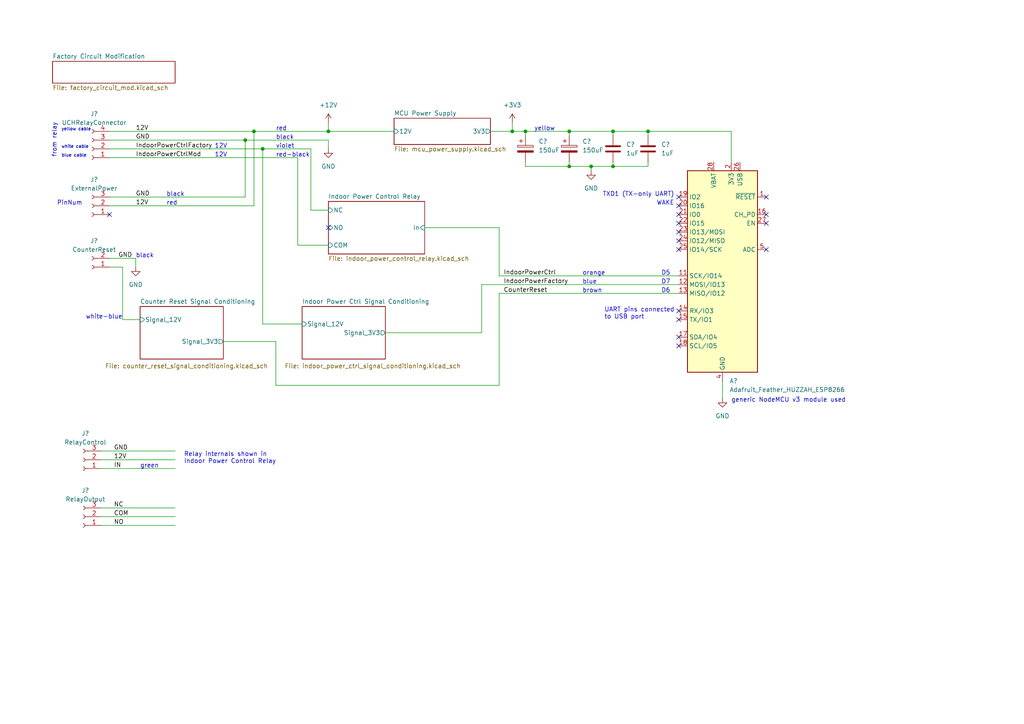
<source format=kicad_sch>
(kicad_sch (version 20211123) (generator eeschema)
  (paper "A4")
  (lib_symbols
    (symbol "Connector:Conn_01x02_Female" (pin_names (offset 1.016) hide)
      (property "Reference" "J" (at 0 2.54 0))
      (property "Value" "Conn_01x02_Female" (at 0 -5.08 0))
      (symbol "Conn_01x02_Female_1_1"
        (arc (start 0 -2.032) (mid -0.508 -2.54) (end 0 -3.048) (stroke (width 0.1524)))
        (polyline (pts (xy -1.27 -2.54) (xy -0.508 -2.54)) (stroke (width 0.1524)))
        (polyline (pts (xy -1.27 0) (xy -0.508 0)) (stroke (width 0.1524)))
        (arc (start 0 0.508) (mid -0.508 0) (end 0 -0.508) (stroke (width 0.1524)))
        (pin passive line (at -5.08 0 0) (length 3.81) (name "Pin_1") (number "1"))
        (pin passive line (at -5.08 -2.54 0) (length 3.81) (name "Pin_2") (number "2"))
      )
    )
    (symbol "Connector:Conn_01x03_Female" (pin_names (offset 1.016) hide)
      (property "Reference" "J" (at 0 5.08 0))
      (property "Value" "Conn_01x03_Female" (at 0 -5.08 0))
      (symbol "Conn_01x03_Female_1_1"
        (arc (start 0 -2.032) (mid -0.508 -2.54) (end 0 -3.048) (stroke (width 0.1524)))
        (polyline (pts (xy -1.27 -2.54) (xy -0.508 -2.54)) (stroke (width 0.1524)))
        (polyline (pts (xy -1.27 0) (xy -0.508 0)) (stroke (width 0.1524)))
        (polyline (pts (xy -1.27 2.54) (xy -0.508 2.54)) (stroke (width 0.1524)))
        (arc (start 0 0.508) (mid -0.508 0) (end 0 -0.508) (stroke (width 0.1524)))
        (arc (start 0 3.048) (mid -0.508 2.54) (end 0 2.032) (stroke (width 0.1524)))
        (pin passive line (at -5.08 2.54 0) (length 3.81) (name "Pin_1") (number "1"))
        (pin passive line (at -5.08 0 0) (length 3.81) (name "Pin_2") (number "2"))
        (pin passive line (at -5.08 -2.54 0) (length 3.81) (name "Pin_3") (number "3"))
      )
    )
    (symbol "Connector:Conn_01x04_Female" (pin_names (offset 1.016) hide)
      (property "Reference" "J" (at 0 5.08 0))
      (property "Value" "Conn_01x04_Female" (at 0 -7.62 0))
      (symbol "Conn_01x04_Female_1_1"
        (arc (start 0 -4.572) (mid -0.508 -5.08) (end 0 -5.588) (stroke (width 0.1524)))
        (arc (start 0 -2.032) (mid -0.508 -2.54) (end 0 -3.048) (stroke (width 0.1524)))
        (polyline (pts (xy -1.27 -5.08) (xy -0.508 -5.08)) (stroke (width 0.1524)))
        (polyline (pts (xy -1.27 -2.54) (xy -0.508 -2.54)) (stroke (width 0.1524)))
        (polyline (pts (xy -1.27 0) (xy -0.508 0)) (stroke (width 0.1524)))
        (polyline (pts (xy -1.27 2.54) (xy -0.508 2.54)) (stroke (width 0.1524)))
        (arc (start 0 0.508) (mid -0.508 0) (end 0 -0.508) (stroke (width 0.1524)))
        (arc (start 0 3.048) (mid -0.508 2.54) (end 0 2.032) (stroke (width 0.1524)))
        (pin passive line (at -5.08 2.54 0) (length 3.81) (name "Pin_1") (number "1"))
        (pin passive line (at -5.08 0 0) (length 3.81) (name "Pin_2") (number "2"))
        (pin passive line (at -5.08 -2.54 0) (length 3.81) (name "Pin_3") (number "3"))
        (pin passive line (at -5.08 -5.08 0) (length 3.81) (name "Pin_4") (number "4"))
      )
    )
    (symbol "Device:C" (pin_numbers hide) (pin_names (offset 0.254))
      (property "Reference" "C" (at 0.635 2.54 0))
      (property "Value" "C" (at 0.635 -2.54 0))
      (symbol "C_0_1"
        (polyline (pts (xy -2.032 -0.762) (xy 2.032 -0.762)) (stroke (width 0.508)))
        (polyline (pts (xy -2.032 0.762) (xy 2.032 0.762)) (stroke (width 0.508)))
      )
      (symbol "C_1_1"
        (pin passive line (at 0 3.81 270) (length 2.794) (name "~") (number "1"))
        (pin passive line (at 0 -3.81 90) (length 2.794) (name "~") (number "2"))
      )
    )
    (symbol "Device:C_Polarized" (pin_numbers hide) (pin_names (offset 0.254))
      (property "Reference" "C" (at 0.635 2.54 0))
      (property "Value" "C_Polarized" (at 0.635 -2.54 0))
      (symbol "C_Polarized_0_1"
        (rectangle (start -2.286 0.508) (end 2.286 1.016))
        (polyline (pts (xy -1.778 2.286) (xy -0.762 2.286)))
        (polyline (pts (xy -1.27 2.794) (xy -1.27 1.778)))
        (rectangle (start 2.286 -0.508) (end -2.286 -1.016) (fill (type outline)))
      )
      (symbol "C_Polarized_1_1"
        (pin passive line (at 0 3.81 270) (length 2.794) (name "~") (number "1"))
        (pin passive line (at 0 -3.81 90) (length 2.794) (name "~") (number "2"))
      )
    )
    (symbol "Device:D" (pin_numbers hide) (pin_names (offset 1.016) hide)
      (property "Reference" "D" (at 0 2.54 0))
      (property "Value" "D" (at 0 -2.54 0))
      (symbol "D_0_1"
        (polyline (pts (xy -1.27 1.27) (xy -1.27 -1.27)) (stroke (width 0.254)))
        (polyline (pts (xy 1.27 0) (xy -1.27 0)))
        (polyline (pts (xy 1.27 1.27) (xy 1.27 -1.27) (xy -1.27 0) (xy 1.27 1.27)) (stroke (width 0.254)))
      )
      (symbol "D_1_1"
        (pin passive line (at -3.81 0 0) (length 2.54) (name "K") (number "1"))
        (pin passive line (at 3.81 0 180) (length 2.54) (name "A") (number "2"))
      )
    )
    (symbol "Device:R" (pin_numbers hide) (pin_names (offset 0))
      (property "Reference" "R" (at 2.032 0 90))
      (property "Value" "R" (at 0 0 90))
      (symbol "R_0_1"
        (rectangle (start -1.016 -2.54) (end 1.016 2.54) (stroke (width 0.254)))
      )
      (symbol "R_1_1"
        (pin passive line (at 0 3.81 270) (length 1.27) (name "~") (number "1"))
        (pin passive line (at 0 -3.81 90) (length 1.27) (name "~") (number "2"))
      )
    )
    (symbol "Isolator:SFH617A-1" (pin_names (offset 1.016))
      (property "Reference" "U" (at -5.08 5.08 0))
      (property "Value" "SFH617A-1" (at 0 5.08 0))
      (symbol "SFH617A-1_0_1"
        (rectangle (start -5.08 3.81) (end 5.08 -3.81) (stroke (width 0.254)) (fill (type background)))
        (polyline (pts (xy -3.175 -0.635) (xy -1.905 -0.635)) (stroke (width 0.254)))
        (polyline (pts (xy 2.54 0.635) (xy 4.445 2.54)))
        (polyline (pts (xy 4.445 -2.54) (xy 2.54 -0.635)) (fill (type outline)))
        (polyline (pts (xy 4.445 -2.54) (xy 5.08 -2.54)))
        (polyline (pts (xy 4.445 2.54) (xy 5.08 2.54)))
        (polyline (pts (xy -2.54 -0.635) (xy -2.54 -2.54) (xy -5.08 -2.54)))
        (polyline (pts (xy 2.54 1.905) (xy 2.54 -1.905) (xy 2.54 -1.905)) (stroke (width 0.508)))
        (polyline (pts (xy -5.08 2.54) (xy -2.54 2.54) (xy -2.54 -1.27) (xy -2.54 0.635)))
        (polyline (pts (xy -2.54 -0.635) (xy -3.175 0.635) (xy -1.905 0.635) (xy -2.54 -0.635)) (stroke (width 0.254)))
        (polyline (pts (xy -0.508 -0.508) (xy 0.762 -0.508) (xy 0.381 -0.635) (xy 0.381 -0.381) (xy 0.762 -0.508)))
        (polyline (pts (xy -0.508 0.508) (xy 0.762 0.508) (xy 0.381 0.381) (xy 0.381 0.635) (xy 0.762 0.508)))
        (polyline (pts (xy 3.048 -1.651) (xy 3.556 -1.143) (xy 4.064 -2.159) (xy 3.048 -1.651) (xy 3.048 -1.651)) (fill (type outline)))
      )
      (symbol "SFH617A-1_1_1"
        (pin passive line (at -7.62 2.54 0) (length 2.54) (name "~") (number "1"))
        (pin passive line (at -7.62 -2.54 0) (length 2.54) (name "~") (number "2"))
        (pin passive line (at 7.62 -2.54 180) (length 2.54) (name "~") (number "3"))
        (pin passive line (at 7.62 2.54 180) (length 2.54) (name "~") (number "4"))
      )
    )
    (symbol "MCU_Module:Adafruit_Feather_HUZZAH_ESP8266"
      (property "Reference" "A" (at -10.16 29.21 0))
      (property "Value" "Adafruit_Feather_HUZZAH_ESP8266" (at 2.54 -31.75 0))
      (symbol "Adafruit_Feather_HUZZAH_ESP8266_0_1"
        (rectangle (start -10.16 27.94) (end 10.16 -30.48) (stroke (width 0.254)) (fill (type background)))
      )
      (symbol "Adafruit_Feather_HUZZAH_ESP8266_1_1"
        (pin input line (at 12.7 20.32 180) (length 2.54) (name "~{RESET}") (number "1"))
        (pin no_connect line (at 10.16 -7.62 180) (length 2.54) hide (name "NC") (number "10"))
        (pin bidirectional line (at -12.7 -2.54 0) (length 2.54) (name "SCK/IO14") (number "11"))
        (pin bidirectional line (at -12.7 -5.08 0) (length 2.54) (name "MOSI/IO13") (number "12"))
        (pin bidirectional line (at -12.7 -7.62 0) (length 2.54) (name "MISO/IO12") (number "13"))
        (pin bidirectional line (at -12.7 -12.7 0) (length 2.54) (name "RX/IO3") (number "14"))
        (pin bidirectional line (at -12.7 -15.24 0) (length 2.54) (name "TX/IO1") (number "15"))
        (pin bidirectional line (at 12.7 15.24 180) (length 2.54) (name "CH_PD") (number "16"))
        (pin bidirectional line (at -12.7 -20.32 0) (length 2.54) (name "SDA/IO4") (number "17"))
        (pin bidirectional line (at -12.7 -22.86 0) (length 2.54) (name "SCL/IO5") (number "18"))
        (pin bidirectional line (at -12.7 20.32 0) (length 2.54) (name "IO2") (number "19"))
        (pin power_in line (at 2.54 30.48 270) (length 2.54) (name "3V3") (number "2"))
        (pin bidirectional line (at -12.7 17.78 0) (length 2.54) (name "IO16") (number "20"))
        (pin bidirectional line (at -12.7 15.24 0) (length 2.54) (name "IO0") (number "21"))
        (pin bidirectional line (at -12.7 12.7 0) (length 2.54) (name "IO15") (number "22"))
        (pin bidirectional line (at -12.7 10.16 0) (length 2.54) (name "IO13/MOSI") (number "23"))
        (pin bidirectional line (at -12.7 7.62 0) (length 2.54) (name "IO12/MISO") (number "24"))
        (pin bidirectional line (at -12.7 5.08 0) (length 2.54) (name "IO14/SCK") (number "25"))
        (pin power_in line (at 5.08 30.48 270) (length 2.54) (name "USB") (number "26"))
        (pin input line (at 12.7 12.7 180) (length 2.54) (name "EN") (number "27"))
        (pin power_in line (at -2.54 30.48 270) (length 2.54) (name "VBAT") (number "28"))
        (pin no_connect line (at 10.16 10.16 180) (length 2.54) hide (name "NC") (number "3"))
        (pin power_in line (at 0 -33.02 90) (length 2.54) (name "GND") (number "4"))
        (pin bidirectional line (at 12.7 5.08 180) (length 2.54) (name "ADC") (number "5"))
        (pin no_connect line (at 10.16 2.54 180) (length 2.54) hide (name "NC") (number "6"))
        (pin no_connect line (at 10.16 0 180) (length 2.54) hide (name "NC") (number "7"))
        (pin no_connect line (at 10.16 -2.54 180) (length 2.54) hide (name "NC") (number "8"))
        (pin no_connect line (at 10.16 -5.08 180) (length 2.54) hide (name "NC") (number "9"))
      )
    )
    (symbol "Relay:DIPxx-1Axx-11x"
      (property "Reference" "K" (at 8.89 3.81 0))
      (property "Value" "DIPxx-1Axx-11x" (at 8.89 1.27 0))
      (symbol "DIPxx-1Axx-11x_0_0"
        (polyline (pts (xy 5.08 5.08) (xy 5.08 2.54) (xy 4.445 3.175) (xy 5.08 3.81)))
      )
      (symbol "DIPxx-1Axx-11x_0_1"
        (rectangle (start -10.16 5.08) (end 7.62 -5.08) (stroke (width 0.254)) (fill (type background)))
        (rectangle (start -8.255 1.905) (end -1.905 -1.905) (stroke (width 0.254)))
        (polyline (pts (xy -7.62 -1.905) (xy -2.54 1.905)) (stroke (width 0.254)))
        (polyline (pts (xy -5.08 -5.08) (xy -5.08 -1.905)))
        (polyline (pts (xy -5.08 5.08) (xy -5.08 1.905)))
        (polyline (pts (xy -1.905 0) (xy -1.27 0)) (stroke (width 0.254)))
        (polyline (pts (xy -0.635 0) (xy 0 0)) (stroke (width 0.254)))
        (polyline (pts (xy 0.635 0) (xy 1.27 0)) (stroke (width 0.254)))
        (polyline (pts (xy 1.905 0) (xy 2.54 0)) (stroke (width 0.254)))
        (polyline (pts (xy 3.175 0) (xy 3.81 0)) (stroke (width 0.254)))
        (polyline (pts (xy 5.08 -2.54) (xy 3.175 3.81)) (stroke (width 0.508)))
        (polyline (pts (xy 5.08 -2.54) (xy 5.08 -5.08)))
      )
      (symbol "DIPxx-1Axx-11x_1_1"
        (pin passive line (at 5.08 -7.62 90) (length 2.54) (name "~") (number "1"))
        (pin passive line (at 5.08 -7.62 90) (length 2.54) hide (name "~") (number "14"))
        (pin passive line (at -5.08 -7.62 90) (length 2.54) (name "~") (number "2"))
        (pin passive line (at -5.08 7.62 270) (length 2.54) (name "~") (number "6"))
        (pin passive line (at 5.08 7.62 270) (length 2.54) (name "~") (number "7"))
        (pin passive line (at 5.08 7.62 270) (length 2.54) hide (name "~") (number "8"))
      )
    )
    (symbol "Relay:FINDER-40.41"
      (property "Reference" "K" (at 11.43 3.81 0))
      (property "Value" "FINDER-40.41" (at 11.43 1.27 0))
      (symbol "FINDER-40.41_0_0"
        (polyline (pts (xy 7.62 5.08) (xy 7.62 2.54) (xy 6.985 3.175) (xy 7.62 3.81)))
      )
      (symbol "FINDER-40.41_0_1"
        (rectangle (start -10.16 5.08) (end 10.16 -5.08) (stroke (width 0.254)) (fill (type background)))
        (rectangle (start -8.255 1.905) (end -1.905 -1.905) (stroke (width 0.254)))
        (polyline (pts (xy -7.62 -1.905) (xy -2.54 1.905)) (stroke (width 0.254)))
        (polyline (pts (xy -5.08 -5.08) (xy -5.08 -1.905)))
        (polyline (pts (xy -5.08 5.08) (xy -5.08 1.905)))
        (polyline (pts (xy -1.905 0) (xy -1.27 0)) (stroke (width 0.254)))
        (polyline (pts (xy -0.635 0) (xy 0 0)) (stroke (width 0.254)))
        (polyline (pts (xy 0.635 0) (xy 1.27 0)) (stroke (width 0.254)))
        (polyline (pts (xy 1.905 0) (xy 2.54 0)) (stroke (width 0.254)))
        (polyline (pts (xy 3.175 0) (xy 3.81 0)) (stroke (width 0.254)))
        (polyline (pts (xy 5.08 -2.54) (xy 3.175 3.81)) (stroke (width 0.508)))
        (polyline (pts (xy 5.08 -2.54) (xy 5.08 -5.08)))
        (polyline (pts (xy 2.54 5.08) (xy 2.54 2.54) (xy 3.175 3.175) (xy 2.54 3.81)) (fill (type outline)))
      )
      (symbol "FINDER-40.41_1_1"
        (pin passive line (at 5.08 -7.62 90) (length 2.54) (name "~") (number "11"))
        (pin passive line (at 2.54 7.62 270) (length 2.54) (name "~") (number "12"))
        (pin passive line (at 7.62 7.62 270) (length 2.54) (name "~") (number "14"))
        (pin passive line (at -5.08 7.62 270) (length 2.54) (name "~") (number "A1"))
        (pin passive line (at -5.08 -7.62 90) (length 2.54) (name "~") (number "A2"))
      )
    )
    (symbol "power:+12V" (power) (pin_names (offset 0))
      (property "Value" "+12V" (at 0 3.556 0))
      (symbol "+12V_0_1"
        (polyline (pts (xy -0.762 1.27) (xy 0 2.54)))
        (polyline (pts (xy 0 0) (xy 0 2.54)))
        (polyline (pts (xy 0 2.54) (xy 0.762 1.27)))
      )
      (symbol "+12V_1_1"
        (pin power_in line (at 0 0 90) (length 0) hide (name "+12V") (number "1"))
      )
    )
    (symbol "power:+3V3" (power) (pin_names (offset 0))
      (property "Value" "+3V3" (at 0 3.556 0))
      (symbol "+3V3_0_1"
        (polyline (pts (xy -0.762 1.27) (xy 0 2.54)))
        (polyline (pts (xy 0 0) (xy 0 2.54)))
        (polyline (pts (xy 0 2.54) (xy 0.762 1.27)))
      )
      (symbol "+3V3_1_1"
        (pin power_in line (at 0 0 90) (length 0) hide (name "+3V3") (number "1"))
      )
    )
    (symbol "power:GND" (power) (pin_names (offset 0))
      (property "Value" "GND" (at 0 -3.81 0))
      (symbol "GND_0_1"
        (polyline (pts (xy 0 0) (xy 0 -1.27) (xy 1.27 -1.27) (xy 0 -2.54) (xy -1.27 -1.27) (xy 0 -1.27)))
      )
      (symbol "GND_1_1"
        (pin power_in line (at 0 0 270) (length 0) hide (name "GND") (number "1"))
      )
    )
    (symbol "uch-rescue:Arduino_Leonardo-MCU_Module" (pin_names (offset 1.016))
      (property "Reference" "A" (at -5.08 26.67 0))
      (property "Value" "Arduino_Leonardo-MCU_Module" (at -5.08 24.13 0))
      (symbol "Arduino_Leonardo-MCU_Module_0_1"
        (rectangle (start -10.16 22.86) (end 10.16 -25.4) (stroke (width 0.254)) (fill (type background)))
      )
      (symbol "Arduino_Leonardo-MCU_Module_1_1"
        (pin no_connect line (at -12.7 -20.32 0) (length 2.54) hide (name "NC") (number "1"))
        (pin bidirectional line (at 12.7 -2.54 180) (length 2.54) (name "A1") (number "10"))
        (pin bidirectional line (at 12.7 -5.08 180) (length 2.54) (name "A2") (number "11"))
        (pin bidirectional line (at 12.7 -7.62 180) (length 2.54) (name "A3") (number "12"))
        (pin bidirectional line (at 12.7 -10.16 180) (length 2.54) (name "A4") (number "13"))
        (pin bidirectional line (at 12.7 -12.7 180) (length 2.54) (name "A5") (number "14"))
        (pin bidirectional line (at -12.7 15.24 0) (length 2.54) (name "D0/RX") (number "15"))
        (pin bidirectional line (at -12.7 12.7 0) (length 2.54) (name "D1/TX") (number "16"))
        (pin bidirectional line (at -12.7 10.16 0) (length 2.54) (name "D2/SDA") (number "17"))
        (pin bidirectional line (at -12.7 7.62 0) (length 2.54) (name "D3/SCL") (number "18"))
        (pin bidirectional line (at -12.7 5.08 0) (length 2.54) (name "D4") (number "19"))
        (pin output line (at 12.7 10.16 180) (length 2.54) (name "IOREF") (number "2"))
        (pin bidirectional line (at -12.7 2.54 0) (length 2.54) (name "D5") (number "20"))
        (pin bidirectional line (at -12.7 0 0) (length 2.54) (name "D6") (number "21"))
        (pin bidirectional line (at -12.7 -2.54 0) (length 2.54) (name "D7") (number "22"))
        (pin bidirectional line (at -12.7 -5.08 0) (length 2.54) (name "D8") (number "23"))
        (pin bidirectional line (at -12.7 -7.62 0) (length 2.54) (name "D9") (number "24"))
        (pin bidirectional line (at -12.7 -10.16 0) (length 2.54) (name "D10") (number "25"))
        (pin bidirectional line (at -12.7 -12.7 0) (length 2.54) (name "D11") (number "26"))
        (pin bidirectional line (at -12.7 -15.24 0) (length 2.54) (name "D12") (number "27"))
        (pin bidirectional line (at -12.7 -17.78 0) (length 2.54) (name "D13") (number "28"))
        (pin power_in line (at -2.54 -27.94 90) (length 2.54) (name "GND") (number "29"))
        (pin input line (at 12.7 15.24 180) (length 2.54) (name "RESET") (number "3"))
        (pin input line (at 12.7 5.08 180) (length 2.54) (name "AREF") (number "30"))
        (pin bidirectional line (at 12.7 -17.78 180) (length 2.54) (name "SDA") (number "31"))
        (pin bidirectional line (at 12.7 -20.32 180) (length 2.54) (name "SCL") (number "32"))
        (pin power_out line (at 2.54 25.4 270) (length 2.54) (name "3V3") (number "4"))
        (pin power_out line (at 5.08 25.4 270) (length 2.54) (name "+5V") (number "5"))
        (pin power_in line (at 0 -27.94 90) (length 2.54) (name "GND") (number "6"))
        (pin power_in line (at 2.54 -27.94 90) (length 2.54) (name "GND") (number "7"))
        (pin power_in line (at -2.54 25.4 270) (length 2.54) (name "VIN") (number "8"))
        (pin bidirectional line (at 12.7 0 180) (length 2.54) (name "A0") (number "9"))
      )
    )
  )
  (junction (at 95.25 38.1))
  (junction (at -116.84 93.98))
  (junction (at 187.96 38.1))
  (junction (at 165.1 38.1))
  (junction (at 73.66 38.1))
  (junction (at 76.2 43.18))
  (junction (at 177.8 48.26))
  (junction (at 171.45 48.26))
  (junction (at -78.74 158.75))
  (junction (at 148.59 38.1))
  (junction (at -106.68 102.87))
  (junction (at -153.67 158.75))
  (junction (at -153.67 102.87))
  (junction (at -74.93 158.75))
  (junction (at -116.84 158.75))
  (junction (at 71.12 40.64))
  (junction (at -153.67 123.19))
  (junction (at 177.8 38.1))
  (junction (at 152.4 38.1))
  (junction (at 165.1 48.26))
  (junction (at -78.74 121.92))
  (junction (at -106.68 85.09))
  (no_connect (at 196.85 64.77))
  (no_connect (at 222.25 62.23))
  (no_connect (at 222.25 72.39))
  (no_connect (at 222.25 57.15))
  (no_connect (at 196.85 69.85))
  (no_connect (at 196.85 57.15))
  (no_connect (at -146.05 105.41))
  (no_connect (at 196.85 62.23))
  (no_connect (at 196.85 59.69))
  (no_connect (at 31.75 62.23))
  (no_connect (at 196.85 90.17))
  (no_connect (at 196.85 92.71))
  (no_connect (at 196.85 97.79))
  (no_connect (at 95.25 66.04))
  (no_connect (at 196.85 100.33))
  (no_connect (at 196.85 67.31))
  (no_connect (at 222.25 64.77))
  (no_connect (at 196.85 72.39))
  (wire (pts (xy -143.51 124.46) (xy -128.27 124.46)))
  (wire (pts (xy -74.93 158.75) (xy -24.13 158.75)))
  (wire (pts (xy 31.75 40.64) (xy 71.12 40.64)))
  (wire (pts (xy 31.75 74.93) (xy 39.37 74.93)))
  (wire (pts (xy -78.74 158.75) (xy -74.93 158.75)))
  (wire (pts (xy 165.1 38.1) (xy 177.8 38.1)))
  (wire (pts (xy 152.4 38.1) (xy 165.1 38.1)))
  (wire (pts (xy -119.38 90.17) (xy -116.84 90.17)))
  (wire (pts (xy 31.75 38.1) (xy 73.66 38.1)))
  (wire (pts (xy -106.68 120.65) (xy -106.68 123.19)))
  (wire (pts (xy 29.21 133.35) (xy 50.8 133.35)))
  (wire (pts (xy 111.76 96.52) (xy 139.7 96.52)))
  (wire (pts (xy 144.78 111.76) (xy 144.78 85.09)))
  (wire (pts (xy -106.68 123.19) (xy -105.41 123.19)))
  (wire (pts (xy 76.2 43.18) (xy 76.2 93.98)))
  (wire (pts (xy 31.75 43.18) (xy 76.2 43.18)))
  (wire (pts (xy -153.67 120.65) (xy -153.67 123.19)))
  (wire (pts (xy -106.68 85.09) (xy -153.67 85.09)))
  (wire (pts (xy -153.67 135.89) (xy -153.67 158.75)))
  (wire (pts (xy 64.77 99.06) (xy 80.01 99.06)))
  (wire (pts (xy 29.21 135.89) (xy 50.8 135.89)))
  (wire (pts (xy 171.45 48.26) (xy 165.1 48.26)))
  (wire (pts (xy 35.56 92.71) (xy 40.64 92.71)))
  (wire (pts (xy 87.63 93.98) (xy 76.2 93.98)))
  (wire (pts (xy -153.67 123.19) (xy -163.83 123.19)))
  (wire (pts (xy 144.78 85.09) (xy 196.85 85.09)))
  (wire (pts (xy 123.19 66.04) (xy 144.78 66.04)))
  (wire (pts (xy 39.37 74.93) (xy 39.37 77.47)))
  (wire (pts (xy -182.88 158.75) (xy -153.67 158.75)))
  (wire (pts (xy 71.12 40.64) (xy 71.12 57.15)))
  (wire (pts (xy 187.96 48.26) (xy 187.96 46.99)))
  (wire (pts (xy -78.74 132.08) (xy -78.74 158.75)))
  (wire (pts (xy -128.27 102.87) (xy -116.84 102.87)))
  (wire (pts (xy 144.78 80.01) (xy 196.85 80.01)))
  (wire (pts (xy -143.51 120.65) (xy -143.51 124.46)))
  (wire (pts (xy -106.68 102.87) (xy -24.13 102.87)))
  (wire (pts (xy -24.13 158.75) (xy -24.13 156.21)))
  (wire (pts (xy 86.36 45.72) (xy 86.36 71.12)))
  (wire (pts (xy 165.1 46.99) (xy 165.1 48.26)))
  (wire (pts (xy 86.36 71.12) (xy 95.25 71.12)))
  (wire (pts (xy -177.8 135.89) (xy -182.88 135.89)))
  (wire (pts (xy 152.4 38.1) (xy 152.4 39.37)))
  (wire (pts (xy -78.74 121.92) (xy -78.74 124.46)))
  (wire (pts (xy 139.7 82.55) (xy 196.85 82.55)))
  (wire (pts (xy -116.84 93.98) (xy -116.84 90.17)))
  (wire (pts (xy 73.66 38.1) (xy 73.66 59.69)))
  (wire (pts (xy 31.75 77.47) (xy 35.56 77.47)))
  (wire (pts (xy -116.84 158.75) (xy -78.74 158.75)))
  (wire (pts (xy 209.55 110.49) (xy 209.55 115.57)))
  (wire (pts (xy 76.2 43.18) (xy 90.17 43.18)))
  (wire (pts (xy -78.74 118.11) (xy -78.74 121.92)))
  (wire (pts (xy 95.25 38.1) (xy 114.3 38.1)))
  (wire (pts (xy -106.68 85.09) (xy -106.68 102.87)))
  (wire (pts (xy -153.67 102.87) (xy -153.67 105.41)))
  (wire (pts (xy 29.21 147.32) (xy 50.8 147.32)))
  (wire (pts (xy -74.93 160.02) (xy -74.93 158.75)))
  (wire (pts (xy -162.56 135.89) (xy -153.67 135.89)))
  (wire (pts (xy -78.74 93.98) (xy -78.74 110.49)))
  (wire (pts (xy -187.96 130.81) (xy -193.04 130.81)))
  (wire (pts (xy 80.01 99.06) (xy 80.01 111.76)))
  (wire (pts (xy -106.68 83.82) (xy -106.68 85.09)))
  (wire (pts (xy 165.1 38.1) (xy 165.1 39.37)))
  (wire (pts (xy -128.27 124.46) (xy -128.27 102.87)))
  (wire (pts (xy 148.59 35.56) (xy 148.59 38.1)))
  (polyline (pts (xy -189.23 97.79) (xy -189.23 139.7)))
  (wire (pts (xy 187.96 38.1) (xy 187.96 39.37)))
  (wire (pts (xy 165.1 48.26) (xy 152.4 48.26)))
  (wire (pts (xy 177.8 38.1) (xy 187.96 38.1)))
  (wire (pts (xy 73.66 38.1) (xy 95.25 38.1)))
  (wire (pts (xy 73.66 59.69) (xy 31.75 59.69)))
  (wire (pts (xy -153.67 158.75) (xy -116.84 158.75)))
  (wire (pts (xy 71.12 57.15) (xy 31.75 57.15)))
  (wire (pts (xy 95.25 40.64) (xy 95.25 43.18)))
  (wire (pts (xy 177.8 48.26) (xy 187.96 48.26)))
  (wire (pts (xy 29.21 149.86) (xy 50.8 149.86)))
  (wire (pts (xy 71.12 40.64) (xy 95.25 40.64)))
  (wire (pts (xy 90.17 43.18) (xy 90.17 60.96)))
  (wire (pts (xy -140.97 93.98) (xy -140.97 105.41)))
  (wire (pts (xy -180.34 130.81) (xy -177.8 130.81)))
  (wire (pts (xy -153.67 130.81) (xy -153.67 123.19)))
  (wire (pts (xy 35.56 77.47) (xy 35.56 92.71)))
  (wire (pts (xy 95.25 60.96) (xy 90.17 60.96)))
  (polyline (pts (xy -133.35 97.79) (xy -189.23 97.79)))
  (wire (pts (xy 171.45 48.26) (xy 177.8 48.26)))
  (wire (pts (xy 144.78 66.04) (xy 144.78 80.01)))
  (polyline (pts (xy -133.35 139.7) (xy -133.35 97.79)))
  (wire (pts (xy -163.83 102.87) (xy -163.83 109.22)))
  (wire (pts (xy 177.8 38.1) (xy 177.8 39.37)))
  (wire (pts (xy -182.88 135.89) (xy -182.88 158.75)))
  (wire (pts (xy -77.47 121.92) (xy -78.74 121.92)))
  (polyline (pts (xy -189.23 139.7) (xy -133.35 139.7)))
  (wire (pts (xy -140.97 93.98) (xy -116.84 93.98)))
  (wire (pts (xy 80.01 111.76) (xy 144.78 111.76)))
  (wire (pts (xy 187.96 38.1) (xy 212.09 38.1)))
  (wire (pts (xy 139.7 96.52) (xy 139.7 82.55)))
  (wire (pts (xy 29.21 152.4) (xy 50.8 152.4)))
  (wire (pts (xy 95.25 38.1) (xy 95.25 35.56)))
  (wire (pts (xy 29.21 130.81) (xy 50.8 130.81)))
  (wire (pts (xy -162.56 130.81) (xy -153.67 130.81)))
  (wire (pts (xy -153.67 85.09) (xy -153.67 102.87)))
  (wire (pts (xy 177.8 48.26) (xy 177.8 46.99)))
  (wire (pts (xy 148.59 38.1) (xy 152.4 38.1)))
  (wire (pts (xy -116.84 120.65) (xy -116.84 158.75)))
  (wire (pts (xy 31.75 45.72) (xy 86.36 45.72)))
  (wire (pts (xy -153.67 102.87) (xy -163.83 102.87)))
  (wire (pts (xy -116.84 102.87) (xy -116.84 105.41)))
  (wire (pts (xy -106.68 102.87) (xy -106.68 105.41)))
  (wire (pts (xy 152.4 48.26) (xy 152.4 46.99)))
  (wire (pts (xy 142.24 38.1) (xy 148.59 38.1)))
  (wire (pts (xy 171.45 48.26) (xy 171.45 49.53)))
  (wire (pts (xy -163.83 123.19) (xy -163.83 116.84)))
  (wire (pts (xy -116.84 93.98) (xy -78.74 93.98)))
  (wire (pts (xy 212.09 46.99) (xy 212.09 38.1)))
  (text "TXD1 (TX-only UART)" (at 195.58 57.15 180) (effects (font (size 1.27 1.27)) (justify right bottom)))
  (text "In" (at -191.77 130.81 0) (effects (font (size 1.27 1.27)) (justify left bottom)))
  (text "from relay" (at 16.51 45.72 90) (effects (font (size 1.27 1.27)) (justify left bottom)))
  (text "GND" (at -153.67 142.24 0) (effects (font (size 1.27 1.27)) (justify left bottom)))
  (text "blue cable" (at 17.78 45.72 0) (effects (font (size 0.9 0.9)) (justify left bottom)))
  (text "D7" (at 191.77 82.55 0) (effects (font (size 1.27 1.27)) (justify left bottom)))
  (text "WAKE" (at 195.58 59.69 180) (effects (font (size 1.27 1.27)) (justify right bottom)))
  (text "Relay module" (at -187.96 100.33 0) (effects (font (size 1.27 1.27)) (justify left bottom)))
  (text "black" (at 39.37 74.93 0) (effects (font (size 1.27 1.27)) (justify left bottom)))
  (text "generic NodeMCU v3 module used" (at 212.09 116.84 0) (effects (font (size 1.27 1.27)) (justify left bottom)))
  (text "PinNum\n" (at 16.51 59.69 0) (effects (font (size 1.27 1.27)) (justify left bottom)))
  (text "blue" (at 168.91 82.55 0) (effects (font (size 1.27 1.27)) (justify left bottom)))
  (text "red" (at 80.01 38.1 0) (effects (font (size 1.27 1.27)) (justify left bottom)))
  (text "green" (at 40.64 135.89 0) (effects (font (size 1.27 1.27)) (justify left bottom)))
  (text "Relay internals shown in \nIndoor Power Control Relay" (at 53.34 134.62 0) (effects (font (size 1.27 1.27)) (justify left bottom)))
  (text "yellow" (at 154.94 38.1 0) (effects (font (size 1.27 1.27)) (justify left bottom)))
  (text "12V" (at 62.23 43.18 0) (effects (font (size 1.27 1.27)) (justify left bottom)))
  (text "red-black" (at 80.01 45.72 0) (effects (font (size 1.27 1.27)) (justify left bottom)))
  (text "red" (at 48.26 59.69 0) (effects (font (size 1.27 1.27)) (justify left bottom)))
  (text "UART pins connected\nto USB port" (at 175.26 92.71 0) (effects (font (size 1.27 1.27)) (justify left bottom)))
  (text "blue" (at -121.92 102.87 0) (effects (font (size 1.27 1.27)) (justify left bottom)))
  (text "Vin" (at -153.67 96.52 0) (effects (font (size 1.27 1.27)) (justify left bottom)))
  (text "D6" (at 191.77 85.09 0) (effects (font (size 1.27 1.27)) (justify left bottom)))
  (text "black" (at 80.01 40.64 0) (effects (font (size 1.27 1.27)) (justify left bottom)))
  (text "violet" (at 80.01 43.18 0) (effects (font (size 1.27 1.27)) (justify left bottom)))
  (text "orange" (at 168.91 80.01 0) (effects (font (size 1.27 1.27)) (justify left bottom)))
  (text "white-blue" (at 35.56 92.71 180) (effects (font (size 1.27 1.27)) (justify right bottom)))
  (text "black" (at 48.26 57.15 0) (effects (font (size 1.27 1.27)) (justify left bottom)))
  (text "white cable" (at 17.78 43.18 0) (effects (font (size 0.9 0.9)) (justify left bottom)))
  (text "D5" (at 191.77 80.01 0) (effects (font (size 1.27 1.27)) (justify left bottom)))
  (text "12V" (at 62.23 45.72 0) (effects (font (size 1.27 1.27)) (justify left bottom)))
  (text "white" (at -123.19 93.98 0) (effects (font (size 1.27 1.27)) (justify left bottom)))
  (text "brown" (at 168.91 85.09 0) (effects (font (size 1.27 1.27)) (justify left bottom)))
  (text "yellow cable" (at 17.78 38.1 0) (effects (font (size 0.9 0.9)) (justify left bottom)))
  (label "NO" (at 33.02 152.4 0))
  (label "GND" (at 33.02 130.81 0))
  (label "12V" (at 39.37 38.1 0))
  (label "GND" (at 39.37 57.15 0))
  (label "COM" (at 33.02 149.86 0))
  (label "GND" (at 34.29 74.93 0))
  (label "IN" (at 33.02 135.89 0))
  (label "IndoorPowerCtrlFactory" (at 39.37 43.18 0))
  (label "NC" (at 33.02 147.32 0))
  (label "12V" (at 39.37 59.69 0))
  (label "12V" (at 33.02 133.35 0))
  (label "CounterReset" (at 146.05 85.09 0))
  (label "IndoorPowerCtrlMod" (at 39.37 45.72 0))
  (label "IndoorPowerFactory" (at 146.05 82.55 0))
  (label "IndoorPowerCtrl" (at 146.05 80.01 0))
  (label "GND" (at 39.37 40.64 0))
  (global_label "UCH_Signal_12V" (shape input) (at -119.38 90.17 180) (property "Intersheet References" "${INTERSHEET_REFS}" (effects hide)))
  (global_label "IndoorPowerFactory5V" (shape input) (at -77.47 121.92 0) (property "Intersheet References" "${INTERSHEET_REFS}" (effects hide)))
  (global_label "IndoorPowerSwitch" (shape input) (at -193.04 130.81 180) (property "Intersheet References" "${INTERSHEET_REFS}" (effects hide)))
  (global_label "IndoorPowerSwitch" (shape input) (at -34.29 123.19 180) (property "Intersheet References" "${INTERSHEET_REFS}" (effects hide)))
  (global_label "12V_Indoor" (shape input) (at -105.41 123.19 0) (property "Intersheet References" "${INTERSHEET_REFS}" (effects hide)))
  (global_label "IndoorPowerFactory5V" (shape input) (at -34.29 125.73 180) (property "Intersheet References" "${INTERSHEET_REFS}" (effects hide)))
  (symbol (lib_id "Relay:FINDER-40.41") (at -148.59 113.03 0) (unit 1)
    (property "Reference" "K?" (at -137.668 111.8616 0) (effects (justify left)))
    (property "Value" "FINDER-40.41" (at -142.24 120.65 0) (effects (justify left)))
    (property "Footprint" "Relay_THT:Relay_SPDT_Finder_40.41" (effects hide))
    (property "Datasheet" "https://www.finder-relais.net/de/finder-relais-serie-40.pdf" (effects hide))
  )
  (symbol (lib_id "Relay:DIPxx-1Axx-11x") (at -111.76 113.03 0) (unit 1)
    (property "Reference" "K?" (at -103.378 111.8616 0) (effects (justify left)))
    (property "Value" "RenaultRelay" (at -103.378 114.173 0) (effects (justify left)))
    (property "Footprint" "Relay_THT:Relay_StandexMeder_DIP_LowProfile" (effects hide))
    (property "Datasheet" "https://standexelectronics.com/wp-content/uploads/datasheet_reed_relay_DIP.pdf" (effects hide))
  )
  (symbol (lib_id "uch-rescue:Arduino_Leonardo-MCU_Module") (at -21.59 128.27 0) (unit 1)
    (property "Reference" "A?" (at -21.59 98.3488 0))
    (property "Value" "Arduino_Leonardo" (at -21.59 100.6602 0))
    (property "Footprint" "Module:Arduino_UNO_R3" (effects hide))
    (property "Datasheet" "https://www.arduino.cc/en/Main/ArduinoBoardLeonardo" (effects hide))
  )
  (symbol (lib_id "power:+12V") (at -106.68 83.82 0) (unit 1)
    (property "Reference" "#PWR?" (effects hide))
    (property "Value" "+12V" (at -106.299 79.4258 0))
  )
  (symbol (lib_id "power:GND") (at -74.93 160.02 0) (unit 1)
    (property "Reference" "#PWR?" (effects hide))
    (property "Value" "GND" (at -74.803 164.4142 0))
  )
  (symbol (lib_id "Isolator:SFH617A-1") (at -170.18 133.35 0) (unit 1)
    (property "Reference" "U?" (at -170.18 125.095 0))
    (property "Value" "SFH617A-1" (at -170.18 127.4064 0))
    (property "Footprint" "Package_DIP:DIP-4_W7.62mm" (effects hide))
    (property "Datasheet" "http://www.vishay.com/docs/83740/sfh617a.pdf" (effects hide))
  )
  (symbol (lib_id "Device:R") (at -184.15 130.81 270) (unit 1)
    (property "Reference" "R?" (at -184.15 125.5522 90))
    (property "Value" "R" (at -184.15 127.8636 90))
  )
  (symbol (lib_id "Device:D") (at -163.83 113.03 270) (unit 1)
    (property "Reference" "D?" (at -161.8234 111.8616 90) (effects (justify left)))
    (property "Value" "D" (at -161.8234 114.173 90) (effects (justify left)))
  )
  (symbol (lib_id "Device:R") (at -78.74 114.3 0) (unit 1)
    (property "Reference" "R?" (at -76.962 113.1316 0) (effects (justify left)))
    (property "Value" "40k" (at -76.962 115.443 0) (effects (justify left)))
  )
  (symbol (lib_id "Device:R") (at -78.74 128.27 0) (unit 1)
    (property "Reference" "R?" (at -76.962 127.1016 0) (effects (justify left)))
    (property "Value" "20k" (at -76.962 129.413 0) (effects (justify left)))
  )
  (symbol (lib_id "Device:C_Polarized") (at 165.1 43.18 0) (unit 1)
    (property "Reference" "C?" (at 168.91 41.0209 0) (effects (justify left)))
    (property "Value" "150uF" (at 168.91 43.5609 0) (effects (justify left)))
  )
  (symbol (lib_id "Connector:Conn_01x03_Female") (at 26.67 59.69 180) (unit 1)
    (property "Reference" "J?" (at 27.305 52.07 0))
    (property "Value" "ExternalPower" (at 27.305 54.61 0))
  )
  (symbol (lib_id "Connector:Conn_01x04_Female") (at 26.67 43.18 180) (unit 1)
    (property "Reference" "J?" (at 27.305 33.02 0))
    (property "Value" "UCHRelayConnector" (at 27.305 35.56 0))
  )
  (symbol (lib_id "power:+12V") (at 95.25 35.56 0) (unit 1)
    (property "Reference" "#PWR?" (effects hide))
    (property "Value" "+12V" (at 95.25 30.48 0))
  )
  (symbol (lib_id "Device:C") (at 177.8 43.18 0) (unit 1)
    (property "Reference" "C?" (at 181.61 41.9099 0) (effects (justify left)))
    (property "Value" "1uF" (at 181.61 44.4499 0) (effects (justify left)))
  )
  (symbol (lib_id "MCU_Module:Adafruit_Feather_HUZZAH_ESP8266") (at 209.55 77.47 0) (unit 1)
    (property "Reference" "A?" (at 211.5694 110.49 0) (effects (justify left)))
    (property "Value" "Adafruit_Feather_HUZZAH_ESP8266" (at 211.5694 113.03 0) (effects (justify left)))
    (property "Footprint" "Module:Adafruit_Feather" (effects hide))
    (property "Datasheet" "https://cdn-learn.adafruit.com/downloads/pdf/adafruit-feather-huzzah-esp8266.pdf" (effects hide))
  )
  (symbol (lib_id "Device:C_Polarized") (at 152.4 43.18 0) (unit 1)
    (property "Reference" "C?" (at 156.21 41.0209 0) (effects (justify left)))
    (property "Value" "150uF" (at 156.21 43.5609 0) (effects (justify left)))
  )
  (symbol (lib_id "power:GND") (at 171.45 49.53 0) (unit 1)
    (property "Reference" "#PWR?" (effects hide))
    (property "Value" "GND" (at 171.45 54.61 0))
  )
  (symbol (lib_id "Connector:Conn_01x02_Female") (at 26.67 77.47 180) (unit 1)
    (property "Reference" "J?" (at 27.305 69.85 0))
    (property "Value" "CounterReset" (at 27.305 72.39 0))
  )
  (symbol (lib_id "power:+3V3") (at 148.59 35.56 0) (unit 1)
    (property "Reference" "#PWR?" (effects hide))
    (property "Value" "+3V3" (at 148.59 30.48 0))
  )
  (symbol (lib_id "Device:C") (at 187.96 43.18 0) (unit 1)
    (property "Reference" "C?" (at 191.77 41.9099 0) (effects (justify left)))
    (property "Value" "1uF" (at 191.77 44.4499 0) (effects (justify left)))
  )
  (symbol (lib_id "power:GND") (at 209.55 115.57 0) (unit 1)
    (property "Reference" "#PWR?" (effects hide))
    (property "Value" "GND" (at 209.55 120.65 0))
  )
  (symbol (lib_id "power:GND") (at 95.25 43.18 0) (unit 1)
    (property "Reference" "#PWR?" (effects hide))
    (property "Value" "GND" (at 95.25 48.26 0))
  )
  (symbol (lib_id "Connector:Conn_01x03_Female") (at 24.13 133.35 180) (unit 1)
    (property "Reference" "J?" (at 24.765 125.73 0))
    (property "Value" "RelayControl" (at 24.765 128.27 0))
  )
  (symbol (lib_id "power:GND") (at 39.37 77.47 0) (unit 1)
    (property "Reference" "#PWR?" (effects hide))
    (property "Value" "GND" (at 39.37 82.55 0))
  )
  (symbol (lib_id "Connector:Conn_01x03_Female") (at 24.13 149.86 180) (unit 1)
    (property "Reference" "J?" (at 24.765 142.24 0))
    (property "Value" "RelayOutput" (at 24.765 144.78 0))
  )
  (sheet (at 95.25 58.42) (size 27.94 15.24) (stroke (width 0.1524))
    (property "Sheet name" "Indoor Power Control Relay" (at 95.25 57.7084 0) (effects (justify left bottom)))
    (property "Sheet file" "indoor_power_control_relay.kicad_sch" (at 95.25 74.2446 0) (effects (justify left top)))
    (pin "In" input (at 123.19 66.04 0))
    (pin "COM" input (at 95.25 71.12 180))
    (pin "NO" input (at 95.25 66.04 180))
    (pin "NC" input (at 95.25 60.96 180))
  )
  (sheet (at 87.63 88.9) (size 24.13 15.24) (stroke (width 0.1524))
    (property "Sheet name" "Indoor Power Ctrl Signal Conditioning" (at 87.63 88.1884 0) (effects (justify left bottom)))
    (property "Sheet file" "indoor_power_ctrl_signal_conditioning.kicad_sch" (at 82.55 105.41 0) (effects (justify left top)))
    (pin "Signal_3V3" output (at 111.76 96.52 0))
    (pin "Signal_12V" input (at 87.63 93.98 180))
  )
  (sheet (at 40.64 88.9) (size 24.13 15.24) (stroke (width 0.1524))
    (property "Sheet name" "Counter Reset Signal Conditioning" (at 40.64 88.1884 0) (effects (justify left bottom)))
    (property "Sheet file" "counter_reset_signal_conditioning.kicad_sch" (at 30.48 105.41 0) (effects (justify left top)))
    (pin "Signal_12V" input (at 40.64 92.71 180))
    (pin "Signal_3V3" output (at 64.77 99.06 0))
  )
  (sheet (at 114.3 34.29) (size 27.94 7.62) (stroke (width 0.1524))
    (property "Sheet name" "MCU Power Supply" (at 114.3 33.5784 0) (effects (justify left bottom)))
    (property "Sheet file" "mcu_power_supply.kicad_sch" (at 114.3 42.4946 0) (effects (justify left top)))
    (pin "12V" input (at 114.3 38.1 180))
    (pin "3V3" output (at 142.24 38.1 0))
  )
  (sheet (at 15.24 17.78) (size 35.56 6.35) (stroke (width 0.1524))
    (property "Sheet name" "Factory Circuit Modification" (at 15.24 17.0684 0) (effects (justify left bottom)))
    (property "Sheet file" "factory_circuit_mod.kicad_sch" (at 15.24 24.7146 0) (effects (justify left top)))
  )
)
</source>
